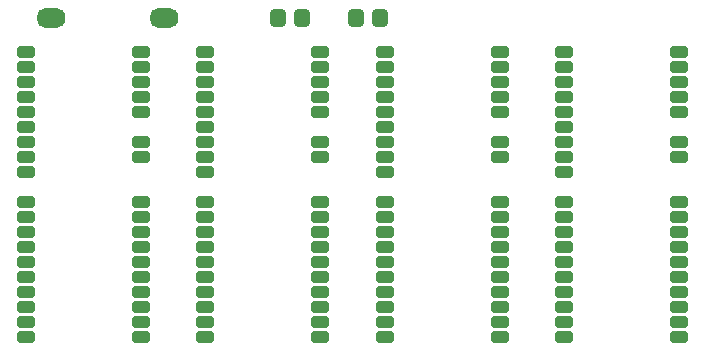
<source format=gts>
G04 #@! TF.GenerationSoftware,KiCad,Pcbnew,7.0.6-0*
G04 #@! TF.CreationDate,2023-09-15T02:16:25-04:00*
G04 #@! TF.ProjectId,FBI Board,46424920-426f-4617-9264-2e6b69636164,1*
G04 #@! TF.SameCoordinates,Original*
G04 #@! TF.FileFunction,Soldermask,Top*
G04 #@! TF.FilePolarity,Negative*
%FSLAX46Y46*%
G04 Gerber Fmt 4.6, Leading zero omitted, Abs format (unit mm)*
G04 Created by KiCad (PCBNEW 7.0.6-0) date 2023-09-15 02:16:25*
%MOMM*%
%LPD*%
G01*
G04 APERTURE LIST*
G04 Aperture macros list*
%AMRoundRect*
0 Rectangle with rounded corners*
0 $1 Rounding radius*
0 $2 $3 $4 $5 $6 $7 $8 $9 X,Y pos of 4 corners*
0 Add a 4 corners polygon primitive as box body*
4,1,4,$2,$3,$4,$5,$6,$7,$8,$9,$2,$3,0*
0 Add four circle primitives for the rounded corners*
1,1,$1+$1,$2,$3*
1,1,$1+$1,$4,$5*
1,1,$1+$1,$6,$7*
1,1,$1+$1,$8,$9*
0 Add four rect primitives between the rounded corners*
20,1,$1+$1,$2,$3,$4,$5,0*
20,1,$1+$1,$4,$5,$6,$7,0*
20,1,$1+$1,$6,$7,$8,$9,0*
20,1,$1+$1,$8,$9,$2,$3,0*%
G04 Aperture macros list end*
%ADD10RoundRect,0.278300X0.477500X0.227500X-0.477500X0.227500X-0.477500X-0.227500X0.477500X-0.227500X0*%
%ADD11RoundRect,0.278300X-0.477500X-0.227500X0.477500X-0.227500X0.477500X0.227500X-0.477500X0.227500X0*%
%ADD12RoundRect,0.660400X-0.533400X-0.152400X0.533400X-0.152400X0.533400X0.152400X-0.533400X0.152400X0*%
%ADD13RoundRect,0.300800X-0.350000X-0.450000X0.350000X-0.450000X0.350000X0.450000X-0.350000X0.450000X0*%
G04 APERTURE END LIST*
D10*
X137420000Y-112620000D03*
X137420000Y-111350000D03*
X137420000Y-110080000D03*
X137420000Y-108810000D03*
X137420000Y-107540000D03*
X137420000Y-106270000D03*
X137420000Y-105000000D03*
X137420000Y-103730000D03*
X137420000Y-102460000D03*
X137420000Y-101190000D03*
X137420000Y-97380000D03*
X137420000Y-96110000D03*
X137420000Y-93570000D03*
X137420000Y-92300000D03*
X137420000Y-91030000D03*
X137420000Y-89760000D03*
X137420000Y-88490000D03*
D11*
X127690000Y-88500000D03*
X127690000Y-89770000D03*
X127690000Y-91040000D03*
X127690000Y-92310000D03*
X127690000Y-93580000D03*
X127690000Y-94850000D03*
X127690000Y-96120000D03*
X127690000Y-97390000D03*
X127690000Y-98660000D03*
X127690000Y-101200000D03*
X127690000Y-102470000D03*
X127690000Y-103740000D03*
X127690000Y-105010000D03*
X127690000Y-106280000D03*
X127690000Y-107550000D03*
X127690000Y-108820000D03*
X127690000Y-110090000D03*
X127690000Y-111360000D03*
X127690000Y-112630000D03*
D12*
X114600000Y-85630000D03*
D13*
X133870000Y-85660000D03*
X135870000Y-85660000D03*
D10*
X167830000Y-112620000D03*
X167830000Y-111350000D03*
X167830000Y-110080000D03*
X167830000Y-108810000D03*
X167830000Y-107540000D03*
X167830000Y-106270000D03*
X167830000Y-105000000D03*
X167830000Y-103730000D03*
X167830000Y-102460000D03*
X167830000Y-101190000D03*
X167830000Y-97380000D03*
X167830000Y-96110000D03*
X167830000Y-93570000D03*
X167830000Y-92300000D03*
X167830000Y-91030000D03*
X167830000Y-89760000D03*
X167830000Y-88490000D03*
D11*
X158100000Y-88500000D03*
X158100000Y-89770000D03*
X158100000Y-91040000D03*
X158100000Y-92310000D03*
X158100000Y-93580000D03*
X158100000Y-94850000D03*
X158100000Y-96120000D03*
X158100000Y-97390000D03*
X158100000Y-98660000D03*
X158100000Y-101200000D03*
X158100000Y-102470000D03*
X158100000Y-103740000D03*
X158100000Y-105010000D03*
X158100000Y-106280000D03*
X158100000Y-107550000D03*
X158100000Y-108820000D03*
X158100000Y-110090000D03*
X158100000Y-111360000D03*
X158100000Y-112630000D03*
D10*
X122220000Y-112620000D03*
X122220000Y-111350000D03*
X122220000Y-110080000D03*
X122220000Y-108810000D03*
X122220000Y-107540000D03*
X122220000Y-106270000D03*
X122220000Y-105000000D03*
X122220000Y-103730000D03*
X122220000Y-102460000D03*
X122220000Y-101190000D03*
X122220000Y-97380000D03*
X122220000Y-96110000D03*
X122220000Y-93570000D03*
X122220000Y-92300000D03*
X122220000Y-91030000D03*
X122220000Y-89760000D03*
X122220000Y-88490000D03*
D11*
X112490000Y-88500000D03*
X112490000Y-89770000D03*
X112490000Y-91040000D03*
X112490000Y-92310000D03*
X112490000Y-93580000D03*
X112490000Y-94850000D03*
X112490000Y-96120000D03*
X112490000Y-97390000D03*
X112490000Y-98660000D03*
X112490000Y-101200000D03*
X112490000Y-102470000D03*
X112490000Y-103740000D03*
X112490000Y-105010000D03*
X112490000Y-106280000D03*
X112490000Y-107550000D03*
X112490000Y-108820000D03*
X112490000Y-110090000D03*
X112490000Y-111360000D03*
X112490000Y-112630000D03*
D10*
X152620000Y-112620000D03*
X152620000Y-111350000D03*
X152620000Y-110080000D03*
X152620000Y-108810000D03*
X152620000Y-107540000D03*
X152620000Y-106270000D03*
X152620000Y-105000000D03*
X152620000Y-103730000D03*
X152620000Y-102460000D03*
X152620000Y-101190000D03*
X152620000Y-97380000D03*
X152620000Y-96110000D03*
X152620000Y-93570000D03*
X152620000Y-92300000D03*
X152620000Y-91030000D03*
X152620000Y-89760000D03*
X152620000Y-88490000D03*
D11*
X142890000Y-88500000D03*
X142890000Y-89770000D03*
X142890000Y-91040000D03*
X142890000Y-92310000D03*
X142890000Y-93580000D03*
X142890000Y-94850000D03*
X142890000Y-96120000D03*
X142890000Y-97390000D03*
X142890000Y-98660000D03*
X142890000Y-101200000D03*
X142890000Y-102470000D03*
X142890000Y-103740000D03*
X142890000Y-105010000D03*
X142890000Y-106280000D03*
X142890000Y-107550000D03*
X142890000Y-108820000D03*
X142890000Y-110090000D03*
X142890000Y-111360000D03*
X142890000Y-112630000D03*
D13*
X140470000Y-85660000D03*
X142470000Y-85660000D03*
D12*
X124210000Y-85640000D03*
M02*

</source>
